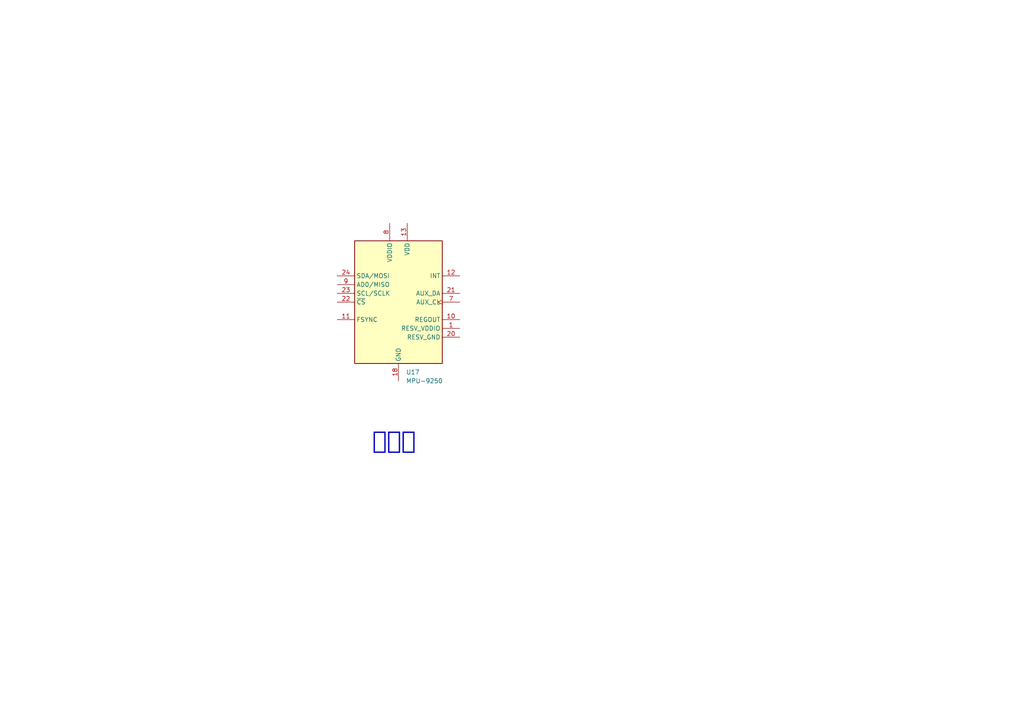
<source format=kicad_sch>
(kicad_sch (version 20231120) (generator "eeschema") (generator_version "8.0")
  (paper "A4")
  (lib_symbols
    (symbol "Sensor_Motion:MPU-9250"
      (property "Reference" "U" (at -11.43 19.05 0))
      (property "Value" "MPU-9250" (at 7.62 -19.05 0))
      (symbol "MPU-9250_0_1"
        (rectangle (start -12.7 17.78) (end 12.7 -17.78) (stroke (width 0.254)) (fill (type background)))
      )
      (symbol "MPU-9250_1_1"
        (pin input line (at 17.78 -7.62 180) (length 5.08) (name "RESV_VDDIO") (number "1"))
        (pin passive line (at 17.78 -5.08 180) (length 5.08) (name "REGOUT") (number "10"))
        (pin input line (at -17.78 -5.08 0) (length 5.08) (name "FSYNC") (number "11"))
        (pin output line (at 17.78 7.62 180) (length 5.08) (name "INT") (number "12"))
        (pin power_in line (at 2.54 22.86 270) (length 5.08) (name "VDD") (number "13"))
        (pin power_in line (at 0 -22.86 90) (length 5.08) (name "GND") (number "18"))
        (pin power_in line (at 17.78 -10.16 180) (length 5.08) (name "RESV_GND") (number "20"))
        (pin bidirectional line (at 17.78 2.54 180) (length 5.08) (name "AUX_DA") (number "21"))
        (pin input line (at -17.78 0 0) (length 5.08) (name "~{CS}") (number "22"))
        (pin input line (at -17.78 2.54 0) (length 5.08) (name "SCL/SCLK") (number "23"))
        (pin bidirectional line (at -17.78 7.62 0) (length 5.08) (name "SDA/MOSI") (number "24"))
        (pin output clock (at 17.78 0 180) (length 5.08) (name "AUX_CL") (number "7"))
        (pin power_in line (at -2.54 22.86 270) (length 5.08) (name "VDDIO") (number "8"))
        (pin bidirectional line (at -17.78 5.08 0) (length 5.08) (name "AD0/MISO") (number "9"))
      )
    )
  )
  (text "陀螺仪" (at 114.3 129.54 0) (effects (font (size 5 5) (thickness 1) (bold yes))))
  (symbol (lib_id "Sensor_Motion:MPU-9250") (at 115.57 87.63 0) (unit 1)
    (property "Reference" "U17" (at 117.7641 107.95 0) (effects (justify left)))
    (property "Value" "MPU-9250" (at 117.7641 110.49 0) (effects (justify left)))
    (property "Footprint" "Sensor_Motion:InvenSense_QFN-24_3x3mm_P0.4mm" (effects (hide yes)))
    (property "Datasheet" "https://invensense.tdk.com/wp-content/uploads/2015/02/PS-MPU-9250A-01-v1.1.pdf" (effects (hide yes)))
    (property "Description" "InvenSense 9-Axis Motion Sensor, Accelerometer, Gyroscope, Compass, I2C/SPI" (effects (hide yes)))
  )
)
</source>
